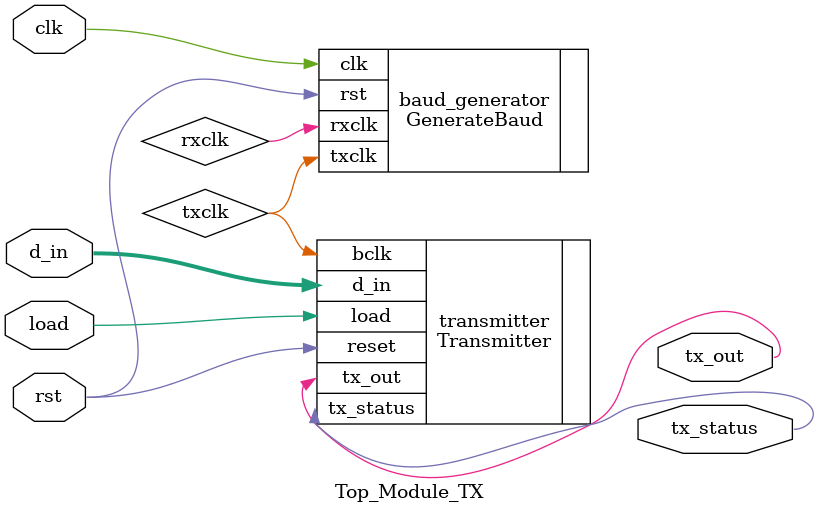
<source format=v>
`timescale 1ns / 1ps
`timescale 1ns / 1ps

module Top_Module_TX(
    input clk,               // System clock
    input rst,               // Reset signal
    input [7:0] d_in,        // 8-bit parallel data input
    input load,              // Load signal to load data
    output tx_out,           // Serial data output
    output tx_status         // Transmitter status
);

// Internal signals
wire txclk;                 // Transmitter baud clock
wire rxclk;                 // Receiver baud clock (not used here)
/*wire debounced_rst;      // Debounced reset signal
wire debounced_load;     // Debounced load signal

    // Instantiate Debouncer for reset
    button rst_debouncer (
        .clk(clk),
        .in(rst),
        .out(debounced_rst)
    );

    // Instantiate Debouncer for load
    button load_debouncer (
        .clk(clk),
        .in(load),
        .out(debounced_load)
    );*/
// Instantiate GenerateBaud module
GenerateBaud baud_generator (
    .clk(clk),
    .rst(rst),
    .txclk(txclk),
    .rxclk(rxclk)
);

// Instantiate Transmitter_FSM module
Transmitter transmitter (
    .bclk(txclk),            // Connect the generated baud clock
    .reset(rst),
	 .d_in(d_in),
    .load(load),
    .tx_out(tx_out),
    .tx_status(tx_status)
);

endmodule



</source>
